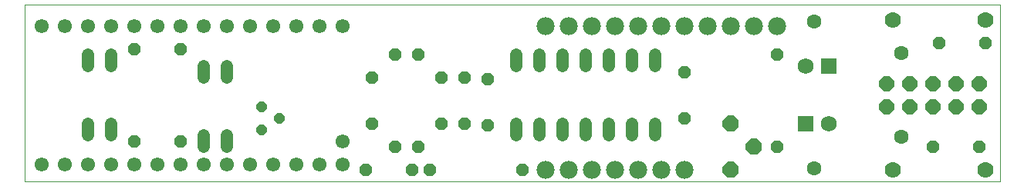
<source format=gbs>
G75*
%MOIN*%
%OFA0B0*%
%FSLAX24Y24*%
%IPPOS*%
%LPD*%
%AMOC8*
5,1,8,0,0,1.08239X$1,22.5*
%
%ADD10C,0.0010*%
%ADD11OC8,0.0640*%
%ADD12R,0.0690X0.0690*%
%ADD13C,0.0690*%
%ADD14OC8,0.0520*%
%ADD15C,0.0700*%
%ADD16C,0.0610*%
%ADD17OC8,0.0453*%
%ADD18C,0.0520*%
%ADD19C,0.0631*%
%ADD20C,0.0780*%
%ADD21OC8,0.0700*%
D10*
X001244Y004057D02*
X043370Y004057D01*
X043370Y011734D01*
X001244Y011734D01*
X001244Y004057D01*
D11*
X038494Y007307D03*
X039494Y007307D03*
X040494Y007307D03*
X041494Y007307D03*
X042494Y007307D03*
X042494Y008307D03*
X041494Y008307D03*
X040494Y008307D03*
X039494Y008307D03*
X038494Y008307D03*
D12*
X035994Y009057D03*
X034994Y006557D03*
D13*
X035994Y006557D03*
X034994Y009057D03*
D14*
X033744Y009557D03*
X029744Y008807D03*
X029744Y006807D03*
X033744Y005557D03*
X040494Y005557D03*
X042494Y005557D03*
X042744Y010057D03*
X040744Y010057D03*
X022744Y004557D03*
X018744Y004557D03*
X017994Y004557D03*
X015994Y004557D03*
X017244Y005557D03*
X018244Y005557D03*
X021244Y006507D03*
X020244Y006557D03*
X019244Y006557D03*
X016244Y006557D03*
X016244Y008557D03*
X019244Y008557D03*
X020244Y008557D03*
X021244Y008507D03*
X018244Y009557D03*
X017244Y009557D03*
X007994Y009807D03*
X005994Y009807D03*
X005994Y005807D03*
X007994Y005807D03*
D15*
X038744Y004557D03*
X042744Y004557D03*
X042744Y011057D03*
X038744Y011057D03*
D16*
X014994Y010807D03*
X013994Y010807D03*
X012994Y010807D03*
X011994Y010807D03*
X010994Y010807D03*
X009994Y010807D03*
X008994Y010807D03*
X007994Y010807D03*
X006994Y010807D03*
X005994Y010807D03*
X004994Y010807D03*
X003994Y010807D03*
X002994Y010807D03*
X001994Y010807D03*
X014994Y005807D03*
X014994Y004807D03*
X013994Y004807D03*
X012994Y004807D03*
X011994Y004807D03*
X010994Y004807D03*
X009994Y004807D03*
X008994Y004807D03*
X007994Y004807D03*
X006994Y004807D03*
X005994Y004807D03*
X004994Y004807D03*
X003994Y004807D03*
X002994Y004807D03*
X001994Y004807D03*
D17*
X011494Y006307D03*
X012244Y006807D03*
X011494Y007307D03*
D18*
X009994Y008567D02*
X009994Y009047D01*
X008994Y009047D02*
X008994Y008567D01*
X004994Y009067D02*
X004994Y009547D01*
X003994Y009547D02*
X003994Y009067D01*
X003994Y006547D02*
X003994Y006067D01*
X004994Y006067D02*
X004994Y006547D01*
X008994Y006047D02*
X008994Y005567D01*
X009994Y005567D02*
X009994Y006047D01*
X022494Y006067D02*
X022494Y006547D01*
X023494Y006547D02*
X023494Y006067D01*
X024494Y006067D02*
X024494Y006547D01*
X025494Y006547D02*
X025494Y006067D01*
X026494Y006067D02*
X026494Y006547D01*
X027494Y006547D02*
X027494Y006067D01*
X028494Y006067D02*
X028494Y006547D01*
X028494Y009067D02*
X028494Y009547D01*
X027494Y009547D02*
X027494Y009067D01*
X026494Y009067D02*
X026494Y009547D01*
X025494Y009547D02*
X025494Y009067D01*
X024494Y009067D02*
X024494Y009547D01*
X023494Y009547D02*
X023494Y009067D01*
X022494Y009067D02*
X022494Y009547D01*
D19*
X035364Y010991D03*
X039123Y009623D03*
X039123Y005991D03*
X035364Y004623D03*
D20*
X029744Y004557D03*
X028744Y004557D03*
X027744Y004557D03*
X026744Y004557D03*
X025744Y004557D03*
X024744Y004557D03*
X023744Y004557D03*
X023744Y010807D03*
X024744Y010807D03*
X025744Y010807D03*
X026744Y010807D03*
X027744Y010807D03*
X028744Y010807D03*
X029744Y010807D03*
X030744Y010807D03*
X031744Y010807D03*
X032744Y010807D03*
X033744Y010807D03*
D21*
X031744Y006557D03*
X032744Y005557D03*
X031744Y004557D03*
M02*

</source>
